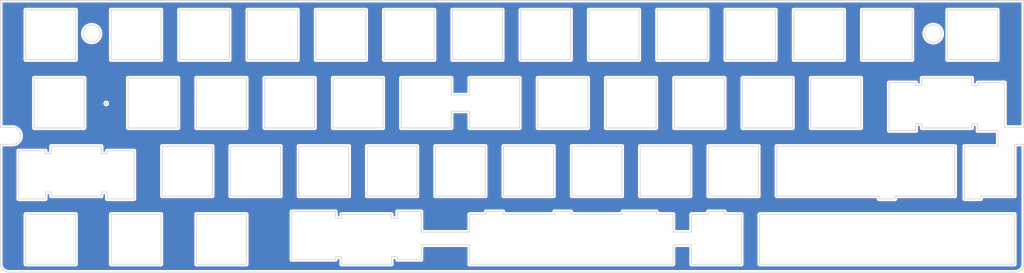
<source format=kicad_pcb>
(kicad_pcb (version 20171130) (host pcbnew "(5.1.10-1-10_14)")
  (title_block (title "Juliet PCB") (date 2021-01-23) (rev 1))
  (layers (0 F.Cu signal) (31 B.Cu signal) (34 B.Paste user) (35 F.Paste user) (36 B.SilkS user) (37 F.SilkS user) (38 B.Mask user) (39 F.Mask user) (44 Edge.Cuts user))
  (net 0 "")
  (gr_line (start 339.127725 137.869425) (end 339.127725 137.056425) (layer Edge.Cuts) (width 0.2))
  (gr_line (start 339.127725 137.056425) (end 346.646125 137.056425) (layer Edge.Cuts) (width 0.2))
  (gr_line (start 346.646125 137.056425) (end 346.646125 149.5425) (layer Edge.Cuts) (width 0.2))
  (gr_line (start 344.805 150.518425) (end 339.127725 150.518425) (layer Edge.Cuts) (width 0.2))
  (gr_line (start 339.127725 150.518425) (end 339.127725 148.562425) (layer Edge.Cuts) (width 0.2))
  (gr_line (start 321.906725 148.562425) (end 321.906725 150.518425) (layer Edge.Cuts) (width 0.2))
  (gr_line (start 321.906725 150.518425) (end 314.388325 150.518425) (layer Edge.Cuts) (width 0.2))
  (gr_line (start 314.388325 150.518425) (end 314.388325 137.056425) (layer Edge.Cuts) (width 0.2))
  (gr_line (start 314.388325 137.056425) (end 321.906725 137.056425) (layer Edge.Cuts) (width 0.2))
  (gr_line (start 321.906725 137.056425) (end 321.906725 137.869425) (layer Edge.Cuts) (width 0.2))
  (gr_line (start 197.326725 135.761225) (end 197.326725 140.49375) (layer Edge.Cuts) (width 0.2))
  (gr_line (start 192.245725 135.761225) (end 192.245725 140.49375) (layer Edge.Cuts) (width 0.2))
  (gr_line (start 192.245725 140.49375) (end 197.326725 140.49375) (layer Edge.Cuts) (width 0.2))
  (gr_line (start 192.245725 145.038575) (end 197.326725 145.038575) (layer Edge.Cuts) (width 0.2))
  (gr_line (start 197.326725 182.40375) (end 197.326725 187.831525) (layer Edge.Cuts) (width 0.2))
  (gr_line (start 183.857725 178.831875) (end 197.326725 178.831875) (layer Edge.Cuts) (width 0.2))
  (gr_line (start 183.857725 182.40375) (end 197.326725 182.40375) (layer Edge.Cuts) (width 0.2))
  (gr_line (start 206.6925 173.861524) (end 221.043725 173.860525) (layer Edge.Cuts) (width 0.2))
  (gr_line (start 197.326725 173.861524) (end 201.93 173.861524) (layer Edge.Cuts) (width 0.2))
  (gr_line (start 201.93 173.073525) (end 206.6925 173.073525) (layer Edge.Cuts) (width 0.2))
  (gr_line (start 206.6925 173.073525) (end 206.6925 173.861524) (layer Edge.Cuts) (width 0.2))
  (gr_line (start 201.93 173.073525) (end 201.93 173.861524) (layer Edge.Cuts) (width 0.2))
  (gr_line (start 344.805 150.518425) (end 344.805 154.811525) (layer Edge.Cuts) (width 0.2))
  (gr_line (start 335.438725 154.811525) (end 344.805 154.811525) (layer Edge.Cuts) (width 0.2))
  (gr_line (start 349.408725 154.305) (end 351.94875 154.305) (layer Edge.Cuts) (width 0.2))
  (gr_line (start 349.408725 168.781525) (end 349.408725 154.305) (layer Edge.Cuts) (width 0.2))
  (gr_line (start 259.238725 182.40375) (end 254.158725 182.40375) (layer Edge.Cuts) (width 0.2))
  (gr_line (start 254.158725 178.831875) (end 259.238725 178.831875) (layer Edge.Cuts) (width 0.2))
  (gr_line (start 254.158725 173.861524) (end 254.158725 178.831875) (layer Edge.Cuts) (width 0.2))
  (gr_line (start 254.158725 187.831525) (end 254.158725 182.40375) (layer Edge.Cuts) (width 0.2))
  (gr_line (start 259.238725 187.831525) (end 259.238725 182.40375) (layer Edge.Cuts) (width 0.2))
  (gr_line (start 259.238725 173.861524) (end 259.238725 178.831875) (layer Edge.Cuts) (width 0.2))
  (gr_line (start 351.94875 187.6425) (end 351.94875 154.305) (layer Edge.Cuts) (width 0.2))
  (gr_line (start 351.94875 114.061875) (end 351.94875 149.5425) (layer Edge.Cuts) (width 0.2))
  (gr_line (start 351.94875 149.5425) (end 346.646125 149.5425) (layer Edge.Cuts) (width 0.2))
  (gr_circle (center 326.7075 123.34875) (end 329.135908 123.34875) (layer Edge.Cuts) (width 0.2))
  (gr_circle (center 91.91625 123.34875) (end 94.2975 123.34875) (layer Edge.Cuts) (width 0.2))
  (gr_arc (start 69.770625 151.92375) (end 69.770625 154.305) (angle -180) (layer Edge.Cuts) (width 0.2))
  (gr_line (start 66.436875 154.305) (end 69.770625 154.305) (layer Edge.Cuts) (width 0.2))
  (gr_line (start 66.436875 187.6425) (end 66.436875 154.305) (layer Edge.Cuts) (width 0.2))
  (gr_line (start 66.436875 149.5425) (end 69.770625 149.5425) (layer Edge.Cuts) (width 0.2))
  (gr_line (start 66.436875 114.061875) (end 66.436875 149.5425) (layer Edge.Cuts) (width 0.2))
  (gr_line (start 159.981725 173.073525) (end 147.732725 173.073525) (layer Edge.Cuts) (width 0.2))
  (gr_line (start 349.5675 190.02375) (end 68.818125 190.02375) (layer Edge.Cuts) (width 0.2))
  (gr_line (start 66.436875 114.061875) (end 351.94875 114.061875) (layer Edge.Cuts) (width 0.2))
  (gr_line (start 240.093725 173.860525) (end 225.615725 173.860525) (layer Edge.Cuts) (width 0.2))
  (gr_line (start 221.043725 173.073525) (end 221.043725 173.860525) (layer Edge.Cuts) (width 0.2))
  (gr_line (start 225.615725 173.073525) (end 225.615725 173.860525) (layer Edge.Cuts) (width 0.2))
  (gr_line (start 254.158725 173.861524) (end 249.491725 173.860525) (layer Edge.Cuts) (width 0.2))
  (gr_line (start 197.326725 187.831525) (end 254.158725 187.831525) (layer Edge.Cuts) (width 0.2))
  (gr_line (start 249.491725 173.073525) (end 240.093725 173.073525) (layer Edge.Cuts) (width 0.2))
  (gr_line (start 263.937725 173.074524) (end 268.509725 173.074524) (layer Edge.Cuts) (width 0.2))
  (gr_line (start 221.043725 173.073525) (end 225.615725 173.073525) (layer Edge.Cuts) (width 0.2))
  (gr_line (start 159.981725 186.535525) (end 147.732725 186.535525) (layer Edge.Cuts) (width 0.2))
  (gr_line (start 175.577725 185.723525) (end 175.577725 187.831525) (layer Edge.Cuts) (width 0.2))
  (gr_line (start 161.607725 187.831525) (end 161.607725 185.723525) (layer Edge.Cuts) (width 0.2))
  (gr_line (start 161.607725 185.723525) (end 159.981725 185.723525) (layer Edge.Cuts) (width 0.2))
  (gr_line (start 159.981725 185.723525) (end 159.981725 186.535525) (layer Edge.Cuts) (width 0.2))
  (gr_line (start 159.981725 173.073525) (end 159.981725 175.029525) (layer Edge.Cuts) (width 0.2))
  (gr_line (start 159.981725 175.029525) (end 161.607725 175.029525) (layer Edge.Cuts) (width 0.2))
  (gr_line (start 161.607725 175.029525) (end 161.607725 173.861524) (layer Edge.Cuts) (width 0.2))
  (gr_line (start 161.607725 173.861524) (end 175.577725 173.861524) (layer Edge.Cuts) (width 0.2))
  (gr_line (start 175.577725 173.861524) (end 175.577725 175.029525) (layer Edge.Cuts) (width 0.2))
  (gr_line (start 175.577725 175.029525) (end 177.202725 175.029525) (layer Edge.Cuts) (width 0.2))
  (gr_line (start 177.202725 175.029525) (end 177.202725 173.073525) (layer Edge.Cuts) (width 0.2))
  (gr_line (start 177.202725 173.073525) (end 183.857725 173.073525) (layer Edge.Cuts) (width 0.2))
  (gr_line (start 183.857725 173.073525) (end 183.857725 178.831875) (layer Edge.Cuts) (width 0.2))
  (gr_line (start 183.857725 182.40375) (end 183.857725 186.535525) (layer Edge.Cuts) (width 0.2))
  (gr_line (start 183.857725 186.535525) (end 177.202725 186.535525) (layer Edge.Cuts) (width 0.2))
  (gr_line (start 177.202725 186.535525) (end 177.202725 185.723525) (layer Edge.Cuts) (width 0.2))
  (gr_line (start 177.202725 185.723525) (end 175.577725 185.723525) (layer Edge.Cuts) (width 0.2))
  (gr_line (start 147.732725 186.535525) (end 147.732725 173.073525) (layer Edge.Cuts) (width 0.2))
  (gr_line (start 175.577725 187.831525) (end 161.607725 187.831525) (layer Edge.Cuts) (width 0.2))
  (gr_line (start 263.937725 173.861524) (end 259.238725 173.861524) (layer Edge.Cuts) (width 0.2))
  (gr_line (start 278.288725 173.861524) (end 349.408725 173.861524) (layer Edge.Cuts) (width 0.2))
  (gr_line (start 73.501225 116.711325) (end 87.471225 116.711325) (layer Edge.Cuts) (width 0.2))
  (gr_line (start 283.050725 154.811525) (end 332.739725 154.811525) (layer Edge.Cuts) (width 0.2))
  (gr_line (start 332.739725 154.811525) (end 332.739725 168.781525) (layer Edge.Cuts) (width 0.2))
  (gr_line (start 339.978725 168.781525) (end 339.978725 169.568525) (layer Edge.Cuts) (width 0.2))
  (gr_line (start 339.978725 169.568525) (end 335.438725 169.568525) (layer Edge.Cuts) (width 0.2))
  (gr_line (start 268.509725 173.074524) (end 268.509725 173.861524) (layer Edge.Cuts) (width 0.2))
  (gr_line (start 263.937725 173.861524) (end 263.937725 173.074524) (layer Edge.Cuts) (width 0.2))
  (gr_line (start 97.313725 116.711325) (end 111.283725 116.711325) (layer Edge.Cuts) (width 0.2))
  (gr_line (start 111.283725 116.711325) (end 111.283725 130.681325) (layer Edge.Cuts) (width 0.2))
  (gr_line (start 111.283725 130.681325) (end 97.313725 130.681325) (layer Edge.Cuts) (width 0.2))
  (gr_line (start 97.313725 130.681325) (end 97.313725 116.711325) (layer Edge.Cuts) (width 0.2))
  (gr_line (start 97.313725 173.861524) (end 111.283725 173.861524) (layer Edge.Cuts) (width 0.2))
  (gr_line (start 111.283725 173.861524) (end 111.283725 187.831525) (layer Edge.Cuts) (width 0.2))
  (gr_line (start 111.283725 187.831525) (end 97.313725 187.831525) (layer Edge.Cuts) (width 0.2))
  (gr_line (start 97.313725 187.831525) (end 97.313725 173.861524) (layer Edge.Cuts) (width 0.2))
  (gr_line (start 102.076225 135.761225) (end 116.046225 135.761225) (layer Edge.Cuts) (width 0.2))
  (gr_line (start 116.046225 135.761225) (end 116.046225 149.731525) (layer Edge.Cuts) (width 0.2))
  (gr_line (start 116.046225 149.731525) (end 102.076225 149.731525) (layer Edge.Cuts) (width 0.2))
  (gr_line (start 102.076225 149.731525) (end 102.076225 135.761225) (layer Edge.Cuts) (width 0.2))
  (gr_line (start 121.126225 135.761225) (end 135.096225 135.761225) (layer Edge.Cuts) (width 0.2))
  (gr_line (start 135.096225 135.761225) (end 135.096225 149.731525) (layer Edge.Cuts) (width 0.2))
  (gr_line (start 135.096225 149.731525) (end 121.126225 149.731525) (layer Edge.Cuts) (width 0.2))
  (gr_line (start 121.126225 149.731525) (end 121.126225 135.761225) (layer Edge.Cuts) (width 0.2))
  (gr_line (start 111.601225 154.811525) (end 125.571225 154.811525) (layer Edge.Cuts) (width 0.2))
  (gr_line (start 125.571225 154.811525) (end 125.571225 168.781525) (layer Edge.Cuts) (width 0.2))
  (gr_line (start 125.571225 168.781525) (end 111.601225 168.781525) (layer Edge.Cuts) (width 0.2))
  (gr_line (start 111.601225 168.781525) (end 111.601225 154.811525) (layer Edge.Cuts) (width 0.2))
  (gr_line (start 130.651225 154.811525) (end 144.621225 154.811525) (layer Edge.Cuts) (width 0.2))
  (gr_line (start 144.621225 154.811525) (end 144.621225 168.781525) (layer Edge.Cuts) (width 0.2))
  (gr_line (start 144.621225 168.781525) (end 130.651225 168.781525) (layer Edge.Cuts) (width 0.2))
  (gr_line (start 130.651225 168.781525) (end 130.651225 154.811525) (layer Edge.Cuts) (width 0.2))
  (gr_line (start 135.413725 116.711325) (end 149.383725 116.711325) (layer Edge.Cuts) (width 0.2))
  (gr_line (start 149.383725 116.711325) (end 149.383725 130.681225) (layer Edge.Cuts) (width 0.2))
  (gr_line (start 149.383725 130.681225) (end 135.413725 130.681225) (layer Edge.Cuts) (width 0.2))
  (gr_line (start 135.413725 130.681225) (end 135.413725 116.711325) (layer Edge.Cuts) (width 0.2))
  (gr_line (start 154.463725 116.711325) (end 168.433725 116.711325) (layer Edge.Cuts) (width 0.2))
  (gr_line (start 168.433725 116.711325) (end 168.433725 130.681225) (layer Edge.Cuts) (width 0.2))
  (gr_line (start 168.433725 130.681225) (end 154.463725 130.681225) (layer Edge.Cuts) (width 0.2))
  (gr_line (start 154.463725 130.681225) (end 154.463725 116.711325) (layer Edge.Cuts) (width 0.2))
  (gr_line (start 140.176225 135.761225) (end 154.146225 135.761225) (layer Edge.Cuts) (width 0.2))
  (gr_line (start 154.146225 135.761225) (end 154.146225 149.731525) (layer Edge.Cuts) (width 0.2))
  (gr_line (start 154.146225 149.731525) (end 140.176225 149.731525) (layer Edge.Cuts) (width 0.2))
  (gr_line (start 240.093725 173.860525) (end 240.093725 173.073525) (layer Edge.Cuts) (width 0.2))
  (gr_line (start 249.491725 173.073525) (end 249.491725 173.860525) (layer Edge.Cuts) (width 0.2))
  (gr_line (start 337.502725 137.869425) (end 339.127725 137.869425) (layer Edge.Cuts) (width 0.2))
  (gr_line (start 337.502725 135.761225) (end 337.502725 137.869425) (layer Edge.Cuts) (width 0.2))
  (gr_line (start 323.532724 135.761225) (end 337.502725 135.761225) (layer Edge.Cuts) (width 0.2))
  (gr_line (start 323.532724 148.562525) (end 321.906725 148.562525) (layer Edge.Cuts) (width 0.2))
  (gr_line (start 323.532724 149.731525) (end 323.532724 148.562525) (layer Edge.Cuts) (width 0.2))
  (gr_line (start 337.502725 149.731525) (end 323.532724 149.731525) (layer Edge.Cuts) (width 0.2))
  (gr_line (start 337.502725 148.562525) (end 337.502725 149.731525) (layer Edge.Cuts) (width 0.2))
  (gr_line (start 339.127725 148.562525) (end 337.502725 148.562525) (layer Edge.Cuts) (width 0.2))
  (gr_line (start 197.326725 178.831875) (end 197.326725 173.861524) (layer Edge.Cuts) (width 0.2))
  (gr_line (start 273.208725 173.861524) (end 268.509725 173.861524) (layer Edge.Cuts) (width 0.2))
  (gr_line (start 273.208725 173.861524) (end 273.208725 187.831525) (layer Edge.Cuts) (width 0.2))
  (gr_line (start 259.238725 187.831525) (end 273.208725 187.831525) (layer Edge.Cuts) (width 0.2))
  (gr_arc (start 68.818125 187.6425) (end 66.436875 187.6425) (angle -90) (layer Edge.Cuts) (width 0.2))
  (gr_arc (start 349.5675 187.6425) (end 349.5675 190.02375) (angle -90) (layer Edge.Cuts) (width 0.2))
  (gr_line (start 140.176225 149.731525) (end 140.176225 135.761225) (layer Edge.Cuts) (width 0.2))
  (gr_line (start 159.225725 135.761225) (end 173.195725 135.761225) (layer Edge.Cuts) (width 0.2))
  (gr_line (start 173.195725 135.761225) (end 173.195725 149.731525) (layer Edge.Cuts) (width 0.2))
  (gr_line (start 173.195725 149.731525) (end 159.225725 149.731525) (layer Edge.Cuts) (width 0.2))
  (gr_line (start 159.225725 149.731525) (end 159.225725 135.761225) (layer Edge.Cuts) (width 0.2))
  (gr_line (start 149.701225 154.811525) (end 163.670725 154.811525) (layer Edge.Cuts) (width 0.2))
  (gr_line (start 163.670725 154.811525) (end 163.670725 168.781525) (layer Edge.Cuts) (width 0.2))
  (gr_line (start 163.670725 168.781525) (end 149.701225 168.781525) (layer Edge.Cuts) (width 0.2))
  (gr_line (start 149.701225 168.781525) (end 149.701225 154.811525) (layer Edge.Cuts) (width 0.2))
  (gr_line (start 173.513725 116.711325) (end 187.483725 116.711325) (layer Edge.Cuts) (width 0.2))
  (gr_line (start 187.483725 116.711325) (end 187.483725 130.681225) (layer Edge.Cuts) (width 0.2))
  (gr_line (start 187.483725 130.681225) (end 173.513725 130.681225) (layer Edge.Cuts) (width 0.2))
  (gr_line (start 173.513725 130.681225) (end 173.513725 116.711325) (layer Edge.Cuts) (width 0.2))
  (gr_line (start 192.563725 116.711325) (end 206.533725 116.711325) (layer Edge.Cuts) (width 0.2))
  (gr_line (start 206.533725 116.711325) (end 206.533725 130.681225) (layer Edge.Cuts) (width 0.2))
  (gr_line (start 206.533725 130.681225) (end 192.563725 130.681225) (layer Edge.Cuts) (width 0.2))
  (gr_line (start 192.563725 130.681225) (end 192.563725 116.711325) (layer Edge.Cuts) (width 0.2))
  (gr_line (start 178.275725 135.761225) (end 192.245725 135.761225) (layer Edge.Cuts) (width 0.2))
  (gr_line (start 192.245725 145.038575) (end 192.245725 149.731525) (layer Edge.Cuts) (width 0.2))
  (gr_line (start 192.245725 149.731525) (end 178.275725 149.731525) (layer Edge.Cuts) (width 0.2))
  (gr_line (start 178.275725 149.731525) (end 178.275725 135.761225) (layer Edge.Cuts) (width 0.2))
  (gr_line (start 197.326725 135.761225) (end 211.296725 135.761225) (layer Edge.Cuts) (width 0.2))
  (gr_line (start 211.296725 135.761225) (end 211.296725 149.731525) (layer Edge.Cuts) (width 0.2))
  (gr_line (start 211.296725 149.731525) (end 197.326725 149.731525) (layer Edge.Cuts) (width 0.2))
  (gr_line (start 197.326725 149.731525) (end 197.326725 145.038575) (layer Edge.Cuts) (width 0.2))
  (gr_line (start 168.751725 154.811525) (end 182.720725 154.811525) (layer Edge.Cuts) (width 0.2))
  (gr_line (start 182.720725 154.811525) (end 182.720725 168.781525) (layer Edge.Cuts) (width 0.2))
  (gr_line (start 182.720725 168.781525) (end 168.751725 168.781525) (layer Edge.Cuts) (width 0.2))
  (gr_line (start 168.751725 168.781525) (end 168.751725 154.811525) (layer Edge.Cuts) (width 0.2))
  (gr_line (start 187.800725 154.811525) (end 201.770725 154.811525) (layer Edge.Cuts) (width 0.2))
  (gr_line (start 201.770725 154.811525) (end 201.770725 168.781525) (layer Edge.Cuts) (width 0.2))
  (gr_line (start 201.770725 168.781525) (end 187.800725 168.781525) (layer Edge.Cuts) (width 0.2))
  (gr_line (start 187.800725 168.781525) (end 187.800725 154.811525) (layer Edge.Cuts) (width 0.2))
  (gr_line (start 211.613725 116.711325) (end 225.583725 116.711325) (layer Edge.Cuts) (width 0.2))
  (gr_line (start 225.583725 116.711325) (end 225.583725 130.681225) (layer Edge.Cuts) (width 0.2))
  (gr_line (start 225.583725 130.681225) (end 211.613725 130.681225) (layer Edge.Cuts) (width 0.2))
  (gr_line (start 211.613725 130.681225) (end 211.613725 116.711325) (layer Edge.Cuts) (width 0.2))
  (gr_line (start 230.663725 116.711325) (end 244.633725 116.711325) (layer Edge.Cuts) (width 0.2))
  (gr_line (start 244.633725 116.711325) (end 244.633725 130.681225) (layer Edge.Cuts) (width 0.2))
  (gr_line (start 244.633725 130.681225) (end 230.663725 130.681225) (layer Edge.Cuts) (width 0.2))
  (gr_line (start 230.663725 130.681225) (end 230.663725 116.711325) (layer Edge.Cuts) (width 0.2))
  (gr_line (start 216.375725 135.761225) (end 230.345725 135.761225) (layer Edge.Cuts) (width 0.2))
  (gr_line (start 230.345725 135.761225) (end 230.345725 149.731525) (layer Edge.Cuts) (width 0.2))
  (gr_line (start 230.345725 149.731525) (end 216.375725 149.731525) (layer Edge.Cuts) (width 0.2))
  (gr_line (start 216.375725 149.731525) (end 216.375725 135.761225) (layer Edge.Cuts) (width 0.2))
  (gr_line (start 206.850725 154.811525) (end 220.820725 154.811525) (layer Edge.Cuts) (width 0.2))
  (gr_line (start 220.820725 154.811525) (end 220.820725 168.781525) (layer Edge.Cuts) (width 0.2))
  (gr_line (start 220.820725 168.781525) (end 206.850725 168.781525) (layer Edge.Cuts) (width 0.2))
  (gr_line (start 206.850725 168.781525) (end 206.850725 154.811525) (layer Edge.Cuts) (width 0.2))
  (gr_line (start 225.900725 154.811525) (end 239.870725 154.811525) (layer Edge.Cuts) (width 0.2))
  (gr_line (start 239.870725 154.811525) (end 239.870725 168.781525) (layer Edge.Cuts) (width 0.2))
  (gr_line (start 239.870725 168.781525) (end 225.900725 168.781525) (layer Edge.Cuts) (width 0.2))
  (gr_line (start 225.900725 168.781525) (end 225.900725 154.811525) (layer Edge.Cuts) (width 0.2))
  (gr_line (start 249.713725 116.711325) (end 263.683725 116.711325) (layer Edge.Cuts) (width 0.2))
  (gr_line (start 263.683725 116.711325) (end 263.683725 130.681225) (layer Edge.Cuts) (width 0.2))
  (gr_line (start 263.683725 130.681225) (end 249.713725 130.681225) (layer Edge.Cuts) (width 0.2))
  (gr_line (start 249.713725 130.681225) (end 249.713725 116.711325) (layer Edge.Cuts) (width 0.2))
  (gr_line (start 235.425725 135.761225) (end 249.395725 135.761225) (layer Edge.Cuts) (width 0.2))
  (gr_line (start 249.395725 135.761225) (end 249.395725 149.731525) (layer Edge.Cuts) (width 0.2))
  (gr_line (start 249.395725 149.731525) (end 235.425725 149.731525) (layer Edge.Cuts) (width 0.2))
  (gr_line (start 235.425725 149.731525) (end 235.425725 135.761225) (layer Edge.Cuts) (width 0.2))
  (gr_line (start 254.475725 135.761225) (end 268.445725 135.761225) (layer Edge.Cuts) (width 0.2))
  (gr_line (start 268.445725 135.761225) (end 268.445725 149.731525) (layer Edge.Cuts) (width 0.2))
  (gr_line (start 268.445725 149.731525) (end 254.475725 149.731525) (layer Edge.Cuts) (width 0.2))
  (gr_line (start 254.475725 149.731525) (end 254.475725 135.761225) (layer Edge.Cuts) (width 0.2))
  (gr_line (start 244.951725 154.811525) (end 258.921725 154.811525) (layer Edge.Cuts) (width 0.2))
  (gr_line (start 258.921725 154.811525) (end 258.921725 168.781525) (layer Edge.Cuts) (width 0.2))
  (gr_line (start 258.921725 168.781525) (end 244.951725 168.781525) (layer Edge.Cuts) (width 0.2))
  (gr_line (start 244.951725 168.781525) (end 244.951725 154.811525) (layer Edge.Cuts) (width 0.2))
  (gr_line (start 264.000725 154.811525) (end 277.970725 154.811525) (layer Edge.Cuts) (width 0.2))
  (gr_line (start 277.970725 154.811525) (end 277.970725 168.781525) (layer Edge.Cuts) (width 0.2))
  (gr_line (start 277.970725 168.781525) (end 264.000725 168.781525) (layer Edge.Cuts) (width 0.2))
  (gr_line (start 264.000725 168.781525) (end 264.000725 154.811525) (layer Edge.Cuts) (width 0.2))
  (gr_line (start 268.763725 116.711325) (end 282.733725 116.711325) (layer Edge.Cuts) (width 0.2))
  (gr_line (start 282.733725 116.711325) (end 282.733725 130.681225) (layer Edge.Cuts) (width 0.2))
  (gr_line (start 282.733725 130.681225) (end 268.763725 130.681225) (layer Edge.Cuts) (width 0.2))
  (gr_line (start 268.763725 130.681225) (end 268.763725 116.711325) (layer Edge.Cuts) (width 0.2))
  (gr_line (start 287.813725 116.711325) (end 301.783725 116.711325) (layer Edge.Cuts) (width 0.2))
  (gr_line (start 301.783725 116.711325) (end 301.783725 130.681225) (layer Edge.Cuts) (width 0.2))
  (gr_line (start 301.783725 130.681225) (end 287.813725 130.681225) (layer Edge.Cuts) (width 0.2))
  (gr_line (start 287.813725 130.681225) (end 287.813725 116.711325) (layer Edge.Cuts) (width 0.2))
  (gr_line (start 273.525725 135.761225) (end 287.495725 135.761225) (layer Edge.Cuts) (width 0.2))
  (gr_line (start 287.495725 135.761225) (end 287.495725 149.731525) (layer Edge.Cuts) (width 0.2))
  (gr_line (start 287.495725 149.731525) (end 273.525725 149.731525) (layer Edge.Cuts) (width 0.2))
  (gr_line (start 273.525725 149.731525) (end 273.525725 135.761225) (layer Edge.Cuts) (width 0.2))
  (gr_line (start 292.576725 135.761225) (end 306.546725 135.761225) (layer Edge.Cuts) (width 0.2))
  (gr_line (start 306.546725 135.761225) (end 306.546725 149.731525) (layer Edge.Cuts) (width 0.2))
  (gr_line (start 306.546725 149.731525) (end 292.576725 149.731525) (layer Edge.Cuts) (width 0.2))
  (gr_line (start 292.576725 149.731525) (end 292.576725 135.761225) (layer Edge.Cuts) (width 0.2))
  (gr_line (start 311.530725 168.781525) (end 283.050725 168.781525) (layer Edge.Cuts) (width 0.2))
  (gr_line (start 283.050725 168.781525) (end 283.050725 154.811525) (layer Edge.Cuts) (width 0.2))
  (gr_line (start 278.288725 187.831525) (end 278.288725 173.861524) (layer Edge.Cuts) (width 0.2))
  (gr_line (start 306.863725 116.711325) (end 320.833725 116.711325) (layer Edge.Cuts) (width 0.2))
  (gr_line (start 320.833725 116.711325) (end 320.833725 130.681225) (layer Edge.Cuts) (width 0.2))
  (gr_line (start 320.833725 130.681225) (end 306.863725 130.681225) (layer Edge.Cuts) (width 0.2))
  (gr_line (start 306.863725 130.681225) (end 306.863725 116.711325) (layer Edge.Cuts) (width 0.2))
  (gr_line (start 349.408725 168.781525) (end 339.978725 168.781525) (layer Edge.Cuts) (width 0.2))
  (gr_line (start 335.438725 169.568525) (end 335.438725 154.811525) (layer Edge.Cuts) (width 0.2))
  (gr_line (start 349.408725 173.861524) (end 349.408725 187.831525) (layer Edge.Cuts) (width 0.2))
  (gr_line (start 349.408725 187.831525) (end 278.288725 187.831525) (layer Edge.Cuts) (width 0.2))
  (gr_line (start 116.363725 116.711325) (end 130.333725 116.711325) (layer Edge.Cuts) (width 0.2))
  (gr_line (start 130.333725 116.711325) (end 130.333725 130.681225) (layer Edge.Cuts) (width 0.2))
  (gr_line (start 130.333725 130.681225) (end 116.363725 130.681225) (layer Edge.Cuts) (width 0.2))
  (gr_line (start 116.363725 130.681225) (end 116.363725 116.711325) (layer Edge.Cuts) (width 0.2))
  (gr_line (start 73.501225 130.681225) (end 73.501225 116.711325) (layer Edge.Cuts) (width 0.2))
  (gr_line (start 87.471225 130.681225) (end 73.501225 130.681225) (layer Edge.Cuts) (width 0.2))
  (gr_line (start 87.471225 116.711325) (end 87.471225 130.681225) (layer Edge.Cuts) (width 0.2))
  (gr_line (start 330.675725 130.681225) (end 330.675725 116.711325) (layer Edge.Cuts) (width 0.2))
  (gr_line (start 344.645725 130.681225) (end 330.675725 130.681225) (layer Edge.Cuts) (width 0.2))
  (gr_line (start 344.645725 116.711325) (end 344.645725 130.681225) (layer Edge.Cuts) (width 0.2))
  (gr_line (start 330.675725 116.711325) (end 344.645725 116.711325) (layer Edge.Cuts) (width 0.2))
  (gr_line (start 73.501225 187.831525) (end 73.501225 173.861524) (layer Edge.Cuts) (width 0.2))
  (gr_line (start 87.471225 187.831525) (end 73.501225 187.831525) (layer Edge.Cuts) (width 0.2))
  (gr_line (start 87.471225 173.861524) (end 87.471225 187.831525) (layer Edge.Cuts) (width 0.2))
  (gr_line (start 73.501225 173.861524) (end 87.471225 173.861524) (layer Edge.Cuts) (width 0.2))
  (gr_line (start 121.126225 187.831525) (end 121.126225 173.861524) (layer Edge.Cuts) (width 0.2))
  (gr_line (start 135.096225 187.831525) (end 121.126225 187.831525) (layer Edge.Cuts) (width 0.2))
  (gr_line (start 135.096225 173.861524) (end 135.096225 187.831525) (layer Edge.Cuts) (width 0.2))
  (gr_line (start 121.126225 173.861524) (end 135.096225 173.861524) (layer Edge.Cuts) (width 0.2))
  (gr_line (start 75.882425 149.731525) (end 75.882425 135.761325) (layer Edge.Cuts) (width 0.2))
  (gr_line (start 89.852525 149.731525) (end 75.882425 149.731525) (layer Edge.Cuts) (width 0.2))
  (gr_line (start 89.852525 135.761325) (end 89.852525 149.731525) (layer Edge.Cuts) (width 0.2))
  (gr_line (start 75.882425 135.761325) (end 89.852525 135.761325) (layer Edge.Cuts) (width 0.2))
  (gr_line (start 80.644925 156.919525) (end 80.644925 154.811525) (layer Edge.Cuts) (width 0.2))
  (gr_line (start 79.019325 156.919525) (end 80.644925 156.919525) (layer Edge.Cuts) (width 0.2))
  (gr_line (start 79.019325 156.106525) (end 79.019325 156.919525) (layer Edge.Cuts) (width 0.2))
  (gr_line (start 71.500925 156.106525) (end 79.019325 156.106525) (layer Edge.Cuts) (width 0.2))
  (gr_line (start 71.500925 169.568525) (end 71.500925 156.106525) (layer Edge.Cuts) (width 0.2))
  (gr_line (start 79.019325 169.568525) (end 71.500925 169.568525) (layer Edge.Cuts) (width 0.2))
  (gr_line (start 79.019325 167.612525) (end 79.019325 169.568525) (layer Edge.Cuts) (width 0.2))
  (gr_line (start 80.644925 167.612525) (end 79.019325 167.612525) (layer Edge.Cuts) (width 0.2))
  (gr_line (start 80.644925 168.781525) (end 80.644925 167.612525) (layer Edge.Cuts) (width 0.2))
  (gr_line (start 94.614925 168.781525) (end 80.644925 168.781525) (layer Edge.Cuts) (width 0.2))
  (gr_line (start 94.614925 167.612525) (end 94.614925 168.781525) (layer Edge.Cuts) (width 0.2))
  (gr_line (start 96.240525 167.612525) (end 94.614925 167.612525) (layer Edge.Cuts) (width 0.2))
  (gr_line (start 96.240525 169.568525) (end 96.240525 167.612525) (layer Edge.Cuts) (width 0.2))
  (gr_line (start 103.758925 169.568525) (end 96.240525 169.568525) (layer Edge.Cuts) (width 0.2))
  (gr_line (start 103.758925 156.106525) (end 103.758925 169.568525) (layer Edge.Cuts) (width 0.2))
  (gr_line (start 96.240525 156.106525) (end 103.758925 156.106525) (layer Edge.Cuts) (width 0.2))
  (gr_line (start 96.240525 156.919525) (end 96.240525 156.106525) (layer Edge.Cuts) (width 0.2))
  (gr_line (start 94.614925 156.919525) (end 96.240525 156.919525) (layer Edge.Cuts) (width 0.2))
  (gr_line (start 94.614925 154.811525) (end 94.614925 156.919525) (layer Edge.Cuts) (width 0.2))
  (gr_line (start 80.644925 154.811525) (end 94.614925 154.811525) (layer Edge.Cuts) (width 0.2))
  (gr_line (start 323.532724 137.869425) (end 323.532724 135.761225) (layer Edge.Cuts) (width 0.2))
  (gr_line (start 321.906725 137.869425) (end 323.532724 137.869425) (layer Edge.Cuts) (width 0.2))
  (gr_line (start 332.739725 168.781525) (end 316.102724 168.781525) (layer Edge.Cuts) (width 0.2))
  (gr_line (start 316.102724 168.781525) (end 316.102724 169.568525) (layer Edge.Cuts) (width 0.2))
  (gr_line (start 316.102724 169.568525) (end 311.530725 169.568525) (layer Edge.Cuts) (width 0.2))
  (gr_line (start 311.530725 169.568525) (end 311.530725 168.781525) (layer Edge.Cuts) (width 0.2))
  (via (at 95.964375 142.875) (size 0.6) (drill 0.4) (layers F.Cu B.Cu) (net 0))
  (zone (net 0) (net_name "") (layer F.Cu) (connect_pads (clearance 0.508)) (min_thickness 0.254) (fill yes (arc_segments 32) (thermal_gap 0.508) (thermal_bridge_width 0.508))
    (polygon (pts (xy 351.94875 190.261875) (xy 66.436875 190.261875) (xy 66.436875 114.061875) (xy 351.94875 114.061875)))
  )
  (zone (net 0) (net_name "") (layer B.Cu) (connect_pads (clearance 0.508)) (min_thickness 0.254) (fill yes (arc_segments 32) (thermal_gap 0.508) (thermal_bridge_width 0.508))
    (polygon (pts (xy 351.94875 190.261875) (xy 66.436875 190.261875) (xy 66.436875 114.061875) (xy 351.94875 114.061875)))
  )
)
</source>
